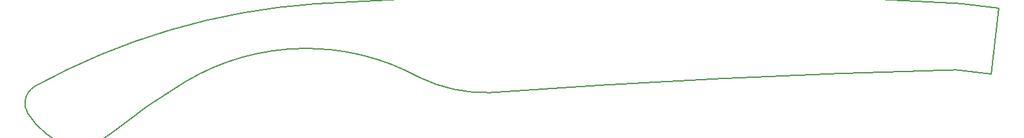
<source format=gbr>
G04 #@! TF.GenerationSoftware,KiCad,Pcbnew,(5.0.1)-3*
G04 #@! TF.CreationDate,2021-05-06T18:47:49+10:00*
G04 #@! TF.ProjectId,LED Right Glasses Arm (power),4C454420526967687420476C61737365,rev?*
G04 #@! TF.SameCoordinates,Original*
G04 #@! TF.FileFunction,Profile,NP*
%FSLAX46Y46*%
G04 Gerber Fmt 4.6, Leading zero omitted, Abs format (unit mm)*
G04 Created by KiCad (PCBNEW (5.0.1)-3) date 6/05/2021 6:47:49 PM*
%MOMM*%
%LPD*%
G01*
G04 APERTURE LIST*
%ADD10C,0.200000*%
G04 APERTURE END LIST*
D10*
X107411007Y-100642804D02*
G75*
G03X97364152Y-107670096I43282950J-72576830D01*
G01*
X138740510Y-100095603D02*
G75*
G03X107411007Y-100642804I-15187214J-27614583D01*
G01*
X138740510Y-100095603D02*
G75*
G03X148197587Y-102160949I8940461J18253425D01*
G01*
X210546558Y-99097737D02*
G75*
G03X148197587Y-102160949I33441017J-1316722786D01*
G01*
X210555824Y-99097501D02*
X215569898Y-99663174D01*
X216578851Y-90719908D02*
X215569898Y-99663174D01*
X211636076Y-90150895D02*
G75*
G03X124760961Y-90171921I-43260945J-729726925D01*
G01*
X124760961Y-90171921D02*
G75*
G03X87180475Y-101275943I6466351J-91030501D01*
G01*
X216578851Y-90719908D02*
X211636076Y-90150895D01*
X87180475Y-101275943D02*
G75*
G03X85825830Y-103297915I1279700J-2322118D01*
G01*
X85825830Y-103297915D02*
G75*
G03X86219669Y-105015804I2634345J-300146D01*
G01*
X86219669Y-105015804D02*
G75*
G03X88678150Y-107740417I9169065J5801978D01*
G01*
X88678150Y-107740417D02*
G75*
G03X97364152Y-107670096I4299062J5462464D01*
G01*
X210555824Y-99097501D02*
X210546558Y-99097736D01*
M02*

</source>
